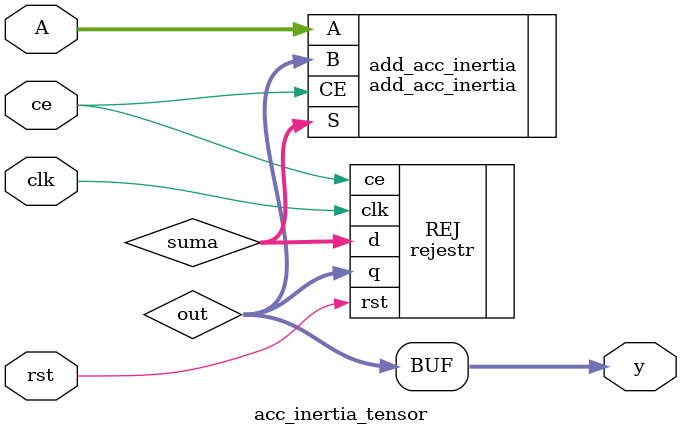
<source format=v>
`timescale 1ns / 1ps

module acc_inertia_tensor(
    input clk,
    input ce,
    input rst,
    input [22:0]A,
    
    output [28:0]y //s19c9f
);
    
wire [28:0]out;
wire [28:0]suma;

rejestr# (.N(29)) REJ
(
    .clk(clk),
    .ce(ce),
    .rst(rst),
    .d(suma),
    .q(out)
);

// latencja = 0 //WARNING!! latencja jak¹ chcia³o vivado to 3! jak co nie dziala sprawdzic
add_acc_inertia add_acc_inertia
(
    .A(A),
    .B(out),
    .CE(ce),
    .S(suma)
);

assign y = out;
    
endmodule

</source>
